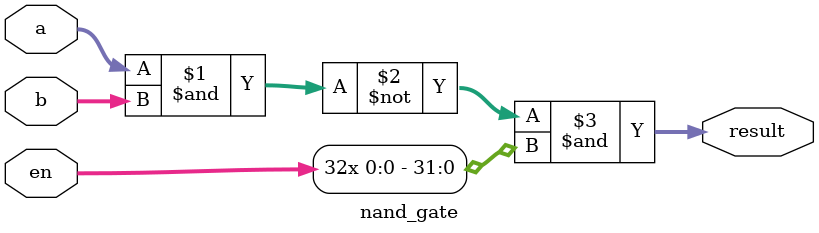
<source format=v>
module nand_gate(
    input [31:0]a,b,
    input en,
    output [31:0]result
);
   assign result = (~(a & b)) &  {32{en}};
endmodule
</source>
